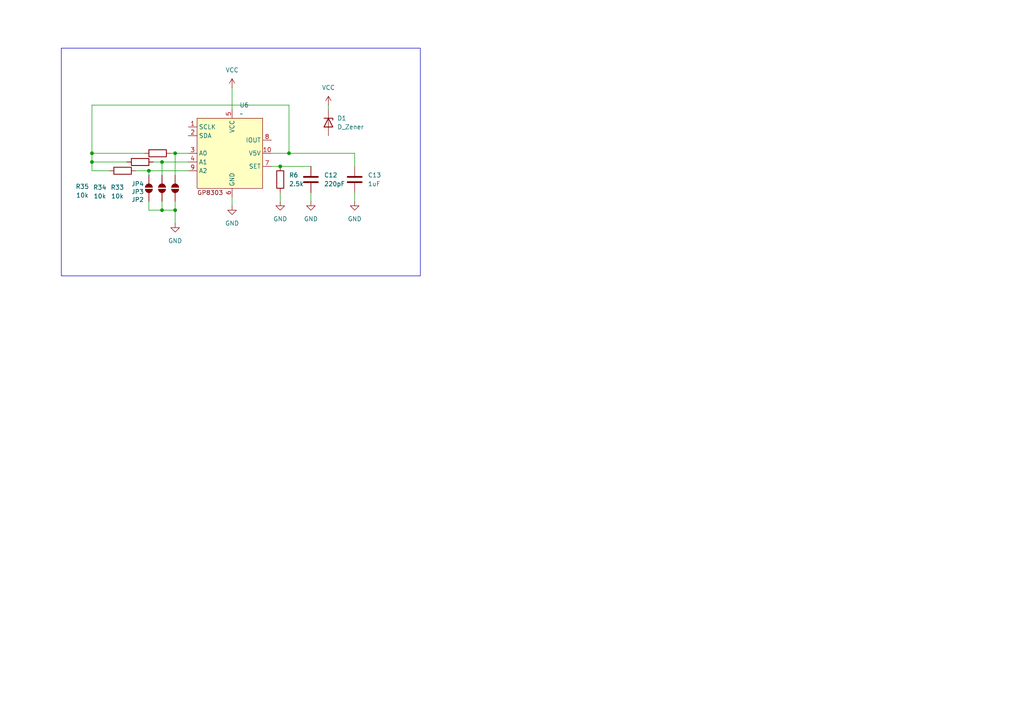
<source format=kicad_sch>
(kicad_sch (version 20250114) (generator "eeschema") (generator_version "9.0")
  (paper "A4")
  (lib_symbols
    (symbol "Device:C" (pin_numbers (hide yes)) (pin_names (offset 0.254))
      (property "Reference" "C" (at 0.635 2.54 0))
      (property "Value" "C" (at 0.635 -2.54 0))
      (symbol "C_0_1"
        (polyline (pts (xy -2.032 0.762) (xy 2.032 0.762)) (stroke (width 0.508)))
        (polyline (pts (xy -2.032 -0.762) (xy 2.032 -0.762)) (stroke (width 0.508)))
      )
      (symbol "C_1_1"
        (pin passive line (at 0 3.81 270) (length 2.794) (name "~") (number "1"))
        (pin passive line (at 0 -3.81 90) (length 2.794) (name "~") (number "2"))
      )
    )
    (symbol "Device:D_Zener" (pin_numbers (hide yes)) (pin_names (offset 1.016) (hide yes))
      (property "Reference" "D" (at 0 2.54 0))
      (property "Value" "D_Zener" (at 0 -2.54 0))
      (symbol "D_Zener_0_1"
        (polyline (pts (xy -1.27 -1.27) (xy -1.27 1.27) (xy -0.762 1.27)) (stroke (width 0.254)))
        (polyline (pts (xy 1.27 0) (xy -1.27 0)))
        (polyline (pts (xy 1.27 -1.27) (xy 1.27 1.27) (xy -1.27 0) (xy 1.27 -1.27)) (stroke (width 0.254)))
      )
      (symbol "D_Zener_1_1"
        (pin passive line (at -3.81 0 0) (length 2.54) (name "K") (number "1"))
        (pin passive line (at 3.81 0 180) (length 2.54) (name "A") (number "2"))
      )
    )
    (symbol "Device:R" (pin_numbers (hide yes)) (pin_names (offset 0))
      (property "Reference" "R" (at 2.032 0 90))
      (property "Value" "R" (at 0 0 90))
      (symbol "R_0_1"
        (rectangle (start -1.016 -2.54) (end 1.016 2.54) (stroke (width 0.254)))
      )
      (symbol "R_1_1"
        (pin passive line (at 0 3.81 270) (length 1.27) (name "~") (number "1"))
        (pin passive line (at 0 -3.81 90) (length 1.27) (name "~") (number "2"))
      )
    )
    (symbol "Jumper:SolderJumper_2_Open" (pin_numbers (hide yes)) (pin_names (offset 0) (hide yes)) (in_bom no)
      (property "Reference" "JP" (at 0 2.032 0))
      (property "Value" "SolderJumper_2_Open" (at 0 -2.54 0))
      (symbol "SolderJumper_2_Open_0_1"
        (polyline (pts (xy -0.254 1.016) (xy -0.254 -1.016)))
        (arc (start -0.254 -1.016) (mid -1.2656 0) (end -0.254 1.016))
        (arc (start -0.254 -1.016) (mid -1.2656 0) (end -0.254 1.016) (fill (type outline)))
        (arc (start 0.254 1.016) (mid 1.2656 0) (end 0.254 -1.016))
        (arc (start 0.254 1.016) (mid 1.2656 0) (end 0.254 -1.016) (fill (type outline)))
        (polyline (pts (xy 0.254 1.016) (xy 0.254 -1.016)))
      )
      (symbol "SolderJumper_2_Open_1_1"
        (pin passive line (at -3.81 0 0) (length 2.54) (name "A") (number "1"))
        (pin passive line (at 3.81 0 180) (length 2.54) (name "B") (number "2"))
      )
    )
    (symbol "Riqi_Parts:GP8303"
      (property "Reference" "U" (at 0 0 0))
      (symbol "GP8303_1_1"
        (rectangle (start -1.27 -1.27) (end 17.78 -21.59) (fill (type background)))
        (text "GP8303" (at 2.54 -22.86 0) (effects (font (size 1.27 1.27))))
        (pin input line (at -3.81 -3.81 0) (length 2.54) (name "SCLK") (number "1"))
        (pin input line (at -3.81 -6.35 0) (length 2.54) (name "SDA") (number "2"))
        (pin input line (at -3.81 -11.43 0) (length 2.54) (name "A0") (number "3"))
        (pin input line (at -3.81 -13.97 0) (length 2.54) (name "A1") (number "4"))
        (pin input line (at -3.81 -16.51 0) (length 2.54) (name "A2") (number "9"))
        (pin input line (at 8.89 1.27 270) (length 2.54) (name "VCC") (number "5"))
        (pin input line (at 8.89 -24.13 90) (length 2.54) (name "GND") (number "6"))
        (pin output line (at 20.32 -7.62 180) (length 2.54) (name "IOUT") (number "8"))
        (pin output line (at 20.32 -11.43 180) (length 2.54) (name "V5V") (number "10"))
        (pin output line (at 20.32 -15.24 180) (length 2.54) (name "SET") (number "7"))
      )
    )
    (symbol "power:GND" (power) (pin_numbers (hide yes)) (pin_names (offset 0) (hide yes))
      (property "Value" "GND" (at 0 -3.81 0))
      (symbol "GND_0_1"
        (polyline (pts (xy 0 0) (xy 0 -1.27) (xy 1.27 -1.27) (xy 0 -2.54) (xy -1.27 -1.27) (xy 0 -1.27)))
      )
      (symbol "GND_1_1"
        (pin power_in line (at 0 0 270) (length 0) (name "~") (number "1"))
      )
    )
    (symbol "power:VCC" (power) (pin_numbers (hide yes)) (pin_names (offset 0) (hide yes))
      (property "Value" "VCC" (at 0 3.556 0))
      (symbol "VCC_0_1"
        (polyline (pts (xy -0.762 1.27) (xy 0 2.54)))
        (polyline (pts (xy 0 2.54) (xy 0.762 1.27)))
        (polyline (pts (xy 0 0) (xy 0 2.54)))
      )
      (symbol "VCC_1_1"
        (pin power_in line (at 0 0 90) (length 0) (name "~") (number "1"))
      )
    )
  )
  (rectangle (start 17.78 13.97) (end 121.92 80.01))
  (junction (at 26.67 44.45))
  (junction (at 50.8 60.96))
  (junction (at 43.18 49.53))
  (junction (at 81.28 48.26))
  (junction (at 83.82 44.45))
  (junction (at 46.99 46.99))
  (junction (at 26.67 46.99))
  (junction (at 50.8 44.45))
  (junction (at 46.99 60.96))
  (wire (pts (xy 26.67 30.48) (xy 26.67 44.45)))
  (wire (pts (xy 49.53 44.45) (xy 50.8 44.45)))
  (wire (pts (xy 90.17 55.88) (xy 90.17 58.42)))
  (wire (pts (xy 81.28 55.88) (xy 81.28 58.42)))
  (wire (pts (xy 46.99 58.42) (xy 46.99 60.96)))
  (wire (pts (xy 50.8 60.96) (xy 50.8 64.77)))
  (wire (pts (xy 43.18 49.53) (xy 54.61 49.53)))
  (wire (pts (xy 50.8 44.45) (xy 54.61 44.45)))
  (wire (pts (xy 26.67 46.99) (xy 26.67 49.53)))
  (wire (pts (xy 67.31 57.15) (xy 67.31 59.69)))
  (wire (pts (xy 26.67 30.48) (xy 83.82 30.48)))
  (wire (pts (xy 46.99 60.96) (xy 50.8 60.96)))
  (wire (pts (xy 50.8 58.42) (xy 50.8 60.96)))
  (wire (pts (xy 44.45 46.99) (xy 46.99 46.99)))
  (wire (pts (xy 102.87 55.88) (xy 102.87 58.42)))
  (wire (pts (xy 50.8 44.45) (xy 50.8 50.8)))
  (wire (pts (xy 26.67 44.45) (xy 41.91 44.45)))
  (wire (pts (xy 102.87 48.26) (xy 102.87 44.45)))
  (wire (pts (xy 46.99 46.99) (xy 54.61 46.99)))
  (wire (pts (xy 26.67 44.45) (xy 26.67 46.99)))
  (wire (pts (xy 46.99 46.99) (xy 46.99 50.8)))
  (wire (pts (xy 26.67 49.53) (xy 31.75 49.53)))
  (wire (pts (xy 43.18 60.96) (xy 46.99 60.96)))
  (wire (pts (xy 81.28 48.26) (xy 90.17 48.26)))
  (wire (pts (xy 43.18 49.53) (xy 43.18 50.8)))
  (wire (pts (xy 67.31 25.4) (xy 67.31 31.75)))
  (wire (pts (xy 95.25 30.48) (xy 95.25 31.75)))
  (wire (pts (xy 83.82 44.45) (xy 83.82 30.48)))
  (wire (pts (xy 78.74 48.26) (xy 81.28 48.26)))
  (wire (pts (xy 39.37 49.53) (xy 43.18 49.53)))
  (wire (pts (xy 26.67 46.99) (xy 36.83 46.99)))
  (wire (pts (xy 78.74 44.45) (xy 83.82 44.45)))
  (wire (pts (xy 102.87 44.45) (xy 83.82 44.45)))
  (wire (pts (xy 43.18 58.42) (xy 43.18 60.96)))
  (symbol (lib_id "Riqi_Parts:GP8303") (at 58.42 33.02 0) (unit 1)
    (property "Reference" "U6" (at 69.4533 30.48 0) (effects (justify left)))
    (property "Value" "~" (at 69.4533 33.02 0) (effects (justify left)))
    (property "Footprint" "Package_SO:SSOP-10-1EP_3.9x4.9mm_P1mm_EP2.1x3.3mm" (effects (hide yes)))
    (property "Datasheet" "https://lcsc.com/datasheet/lcsc_datasheet_2410121459_Guestgood-GP8303-TC50-EW_C3445809.pdf" (effects (hide yes)))
  )
  (symbol (lib_id "Device:D_Zener") (at 95.25 35.56 270) (unit 1)
    (property "Reference" "D1" (at 97.79 34.2899 90) (effects (justify left)))
    (property "Value" "D_Zener" (at 97.79 36.8299 90) (effects (justify left)))
    (property "Description" "Zener diode" (effects (hide yes)))
  )
  (symbol (lib_id "Device:R") (at 81.28 52.07 0) (unit 1)
    (property "Reference" "R6" (at 83.82 50.7999 0) (effects (justify left)))
    (property "Value" "2.5k" (at 83.82 53.3399 0) (effects (justify left)))
    (property "Description" "Resistor" (effects (hide yes)))
  )
  (symbol (lib_id "power:GND") (at 50.8 64.77 0) (unit 1)
    (property "Reference" "#PWR061" (effects (hide yes)))
    (property "Value" "GND" (at 50.8 69.85 0))
    (property "Description" "Power symbol creates a global label with name \"GND\" , ground" (effects (hide yes)))
  )
  (symbol (lib_id "power:VCC") (at 67.31 25.4 0) (unit 1)
    (property "Reference" "#PWR028" (effects (hide yes)))
    (property "Value" "VCC" (at 67.31 20.32 0))
    (property "Description" "Power symbol creates a global label with name \"VCC\"" (effects (hide yes)))
  )
  (symbol (lib_id "power:GND") (at 81.28 58.42 0) (unit 1)
    (property "Reference" "#PWR055" (effects (hide yes)))
    (property "Value" "GND" (at 81.28 63.5 0))
    (property "Description" "Power symbol creates a global label with name \"GND\" , ground" (effects (hide yes)))
  )
  (symbol (lib_id "Device:R") (at 45.72 44.45 90) (unit 1)
    (property "Reference" "R33" (at 34.036 54.356 90))
    (property "Value" "10k" (at 34.036 56.896 90))
    (property "Description" "Resistor" (effects (hide yes)))
  )
  (symbol (lib_id "Device:C") (at 102.87 52.07 0) (unit 1)
    (property "Reference" "C13" (at 106.68 50.7999 0) (effects (justify left)))
    (property "Value" "1uF" (at 106.68 53.3399 0) (effects (justify left)))
    (property "Description" "Unpolarized capacitor" (effects (hide yes)))
  )
  (symbol (lib_id "Jumper:SolderJumper_2_Open") (at 43.18 54.61 90) (unit 1) (in_bom no)
    (property "Reference" "JP4" (at 38.1 53.34 90) (effects (justify right)))
    (property "Value" "SolderJumper_2_Open" (effects (hide yes)))
    (property "Description" "Solder Jumper, 2-pole, open" (effects (hide yes)))
  )
  (symbol (lib_id "power:GND") (at 67.31 59.69 0) (unit 1)
    (property "Reference" "#PWR026" (effects (hide yes)))
    (property "Value" "GND" (at 67.31 64.77 0))
    (property "Description" "Power symbol creates a global label with name \"GND\" , ground" (effects (hide yes)))
  )
  (symbol (lib_id "Jumper:SolderJumper_2_Open") (at 50.8 54.61 90) (unit 1) (in_bom no)
    (property "Reference" "JP2" (at 38.1 57.912 90) (effects (justify right)))
    (property "Value" "SolderJumper_2_Open" (effects (hide yes)))
    (property "Description" "Solder Jumper, 2-pole, open" (effects (hide yes)))
  )
  (symbol (lib_id "power:GND") (at 102.87 58.42 0) (unit 1)
    (property "Reference" "#PWR062" (effects (hide yes)))
    (property "Value" "GND" (at 102.87 63.5 0))
    (property "Description" "Power symbol creates a global label with name \"GND\" , ground" (effects (hide yes)))
  )
  (symbol (lib_id "Jumper:SolderJumper_2_Open") (at 46.99 54.61 90) (unit 1) (in_bom no)
    (property "Reference" "JP3" (at 38.1 55.626 90) (effects (justify right)))
    (property "Value" "SolderJumper_2_Open" (effects (hide yes)))
    (property "Description" "Solder Jumper, 2-pole, open" (effects (hide yes)))
  )
  (symbol (lib_id "power:VCC") (at 95.25 30.48 0) (unit 1)
    (property "Reference" "#PWR063" (effects (hide yes)))
    (property "Value" "VCC" (at 95.25 25.4 0))
    (property "Description" "Power symbol creates a global label with name \"VCC\"" (effects (hide yes)))
  )
  (symbol (lib_id "Device:R") (at 35.56 49.53 90) (unit 1)
    (property "Reference" "R35" (at 23.876 54.102 90))
    (property "Value" "10k" (at 23.876 56.642 90))
    (property "Description" "Resistor" (effects (hide yes)))
  )
  (symbol (lib_id "Device:R") (at 40.64 46.99 90) (unit 1)
    (property "Reference" "R34" (at 28.956 54.356 90))
    (property "Value" "10k" (at 28.956 56.896 90))
    (property "Description" "Resistor" (effects (hide yes)))
  )
  (symbol (lib_id "Device:C") (at 90.17 52.07 0) (unit 1)
    (property "Reference" "C12" (at 93.98 50.7999 0) (effects (justify left)))
    (property "Value" "220pF" (at 93.98 53.3399 0) (effects (justify left)))
    (property "Description" "Unpolarized capacitor" (effects (hide yes)))
  )
  (symbol (lib_id "power:GND") (at 90.17 58.42 0) (unit 1)
    (property "Reference" "#PWR060" (effects (hide yes)))
    (property "Value" "GND" (at 90.17 63.5 0))
    (property "Description" "Power symbol creates a global label with name \"GND\" , ground" (effects (hide yes)))
  )
)
</source>
